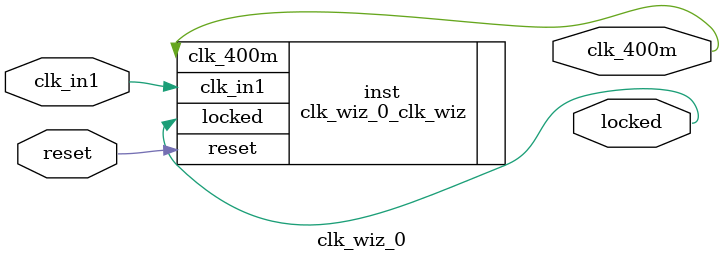
<source format=v>


`timescale 1ps/1ps

(* CORE_GENERATION_INFO = "clk_wiz_0,clk_wiz_v6_0_2_0_0,{component_name=clk_wiz_0,use_phase_alignment=true,use_min_o_jitter=false,use_max_i_jitter=false,use_dyn_phase_shift=false,use_inclk_switchover=false,use_dyn_reconfig=false,enable_axi=0,feedback_source=FDBK_AUTO,PRIMITIVE=MMCM,num_out_clk=1,clkin1_period=20.000,clkin2_period=10.0,use_power_down=false,use_reset=true,use_locked=true,use_inclk_stopped=false,feedback_type=SINGLE,CLOCK_MGR_TYPE=NA,manual_override=false}" *)

module clk_wiz_0 
 (
  // Clock out ports
  output        clk_400m,
  // Status and control signals
  input         reset,
  output        locked,
 // Clock in ports
  input         clk_in1
 );

  clk_wiz_0_clk_wiz inst
  (
  // Clock out ports  
  .clk_400m(clk_400m),
  // Status and control signals               
  .reset(reset), 
  .locked(locked),
 // Clock in ports
  .clk_in1(clk_in1)
  );

endmodule

</source>
